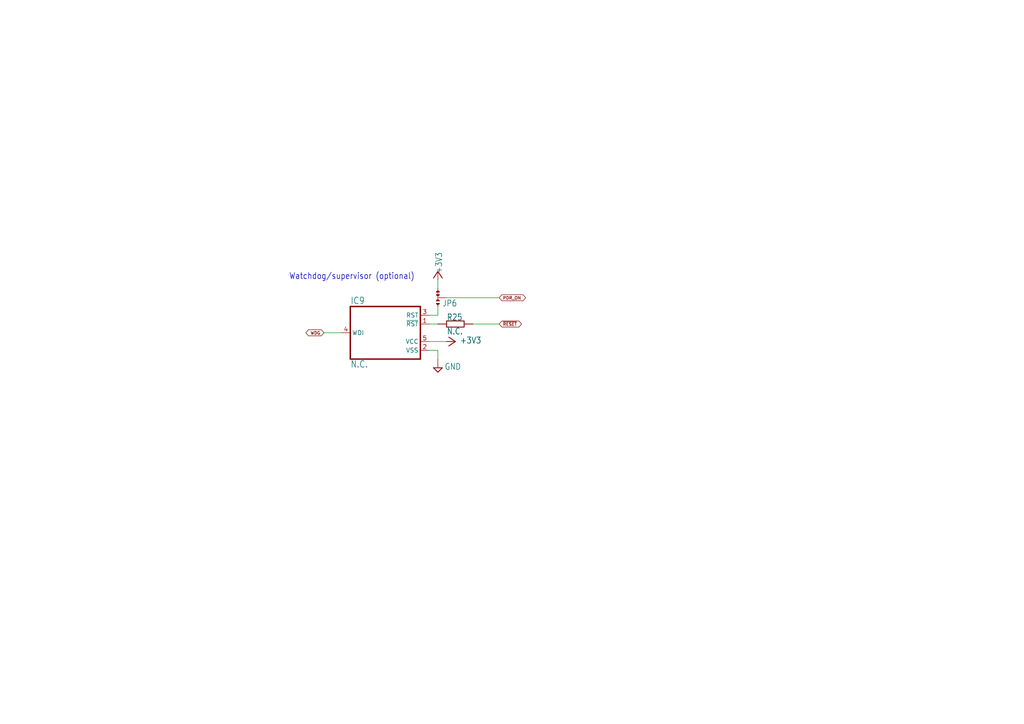
<source format=kicad_sch>
(kicad_sch (version 20230121) (generator eeschema)
  (paper "A4")
  (lib_symbols
    (symbol "EEZ_DIB_MCU_r3B4-eagle-import:+3V3" (power)
      (property "Value" "+3V3" (at -2.54 -5.08 90))
      (symbol "+3V3_1_0"
        (polyline (pts (xy 0 0) (xy -1.27 -1.905)) (stroke (width 0.254)))
        (polyline (pts (xy 1.27 -1.905) (xy 0 0)) (stroke (width 0.254)))
        (pin power_in line (at 0 -2.54 90) (length 2.54) (name "+3V3") (number "1"))
      )
    )
    (symbol "EEZ_DIB_MCU_r3B4-eagle-import:GND" (power)
      (property "Value" "GND" (at -1.905 -3.175 0))
      (symbol "GND_1_0"
        (polyline (pts (xy -1.27 0) (xy 1.27 0)) (stroke (width 0.254)))
        (polyline (pts (xy 0 -1.27) (xy -1.27 0)) (stroke (width 0.254)))
        (polyline (pts (xy 1.27 0) (xy 0 -1.27)) (stroke (width 0.254)))
        (pin power_in line (at 0 2.54 270) (length 2.54) (name "GND") (number "1"))
      )
    )
    (symbol "EEZ_DIB_MCU_r3B4-eagle-import:JP3-CUT-0805-ROTATED"
      (property "Reference" "JP" (at -3.81 3.175 0))
      (symbol "JP3-CUT-0805-ROTATED_1_0"
        (arc (start -0.508 -1.524) (mid -0.3592 -1.8832) (end 0 -2.032) (stroke (width 0.0001)) (fill (type outline)))
        (arc (start -0.508 1.016) (mid -0.3592 0.6568) (end 0 0.508) (stroke (width 0.0001)) (fill (type outline)))
        (arc (start 0 -2.032) (mid 0.3592 -1.8832) (end 0.508 -1.524) (stroke (width 0.0001)) (fill (type outline)))
        (polyline (pts (xy 0 -2.54) (xy 0 -1.778)) (stroke (width 0.1524)))
        (polyline (pts (xy 0 -1.778) (xy 0 0.762)) (stroke (width 0.1524)))
        (polyline (pts (xy 0 2.54) (xy 0 1.778)) (stroke (width 0.1524)))
        (arc (start 0 0.508) (mid 0.3592 0.6568) (end 0.508 1.016) (stroke (width 0.0001)) (fill (type outline)))
        (arc (start 0.508 -1.016) (mid 0 -0.5102) (end -0.508 -1.016) (stroke (width 0.0001)) (fill (type outline)))
        (arc (start 0.508 1.524) (mid 0 2.0298) (end -0.508 1.524) (stroke (width 0.0001)) (fill (type outline)))
        (pin passive line (at 2.54 0 180) (length 2.54) (name "COM") (number "COM"))
        (pin passive line (at 0 -2.54 180) (length 0) (name "NC") (number "NC"))
        (pin passive line (at 0 2.54 180) (length 0) (name "NO") (number "NO"))
      )
    )
    (symbol "EEZ_DIB_MCU_r3B4-eagle-import:R-EU_R0805"
      (property "Reference" "R" (at -3.81 1.4986 0))
      (property "Value" "R-EU_R0805" (at -3.81 -3.302 0))
      (symbol "R-EU_R0805_1_0"
        (polyline (pts (xy -2.54 -0.889) (xy -2.54 0.889)) (stroke (width 0.254)))
        (polyline (pts (xy -2.54 -0.889) (xy 2.54 -0.889)) (stroke (width 0.254)))
        (polyline (pts (xy 2.54 -0.889) (xy 2.54 0.889)) (stroke (width 0.254)))
        (polyline (pts (xy 2.54 0.889) (xy -2.54 0.889)) (stroke (width 0.254)))
        (pin passive line (at -5.08 0 0) (length 2.54) (name "1") (number "1"))
        (pin passive line (at 5.08 0 180) (length 2.54) (name "2") (number "2"))
      )
    )
    (symbol "EEZ_DIB_MCU_r3B4-eagle-import:STM6824"
      (property "Reference" "IC" (at -10.16 8.255 0))
      (property "Value" "STM6824" (at -10.16 -10.16 0))
      (symbol "STM6824_1_0"
        (polyline (pts (xy -10.16 -7.62) (xy 10.16 -7.62)) (stroke (width 0.4064)))
        (polyline (pts (xy -10.16 7.62) (xy -10.16 -7.62)) (stroke (width 0.4064)))
        (polyline (pts (xy 10.16 -7.62) (xy 10.16 7.62)) (stroke (width 0.4064)))
        (polyline (pts (xy 10.16 7.62) (xy -10.16 7.62)) (stroke (width 0.4064)))
        (pin output line (at 12.7 2.54 180) (length 2.54) (name "~{RST}") (number "1"))
        (pin power_in line (at 12.7 -5.08 180) (length 2.54) (name "VSS") (number "2"))
        (pin output line (at 12.7 5.08 180) (length 2.54) (name "RST") (number "3"))
        (pin input line (at -12.7 0 0) (length 2.54) (name "WDI") (number "4"))
        (pin power_in line (at 12.7 -2.54 180) (length 2.54) (name "VCC") (number "5"))
      )
    )
  )
  (wire (pts (xy 127 101.6) (xy 127 104.14)))
  (wire (pts (xy 124.46 101.6) (xy 127 101.6)))
  (wire (pts (xy 129.54 99.06) (xy 124.46 99.06)))
  (wire (pts (xy 129.54 86.36) (xy 144.78 86.36)))
  (wire (pts (xy 124.46 93.98) (xy 127 93.98)))
  (wire (pts (xy 93.98 96.52) (xy 99.06 96.52)))
  (wire (pts (xy 127 83.82) (xy 127 81.28)))
  (wire (pts (xy 127 91.44) (xy 124.46 91.44)))
  (wire (pts (xy 127 88.9) (xy 127 91.44)))
  (wire (pts (xy 137.16 93.98) (xy 144.78 93.98)))
  (text "Watchdog/supervisor (optional)" (at 83.82 81.28 0) (effects (font (size 1.778 1.5113)) (justify left bottom)))
  (global_label "~{RESET}" (shape bidirectional) (at 144.78 93.98 0) (effects (font (size 0.889 0.889))) (property "Intersheetrefs" "${INTERSHEET_REFS}" (effects hide)))
  (global_label "WDG" (shape bidirectional) (at 93.98 96.52 180) (effects (font (size 0.889 0.889))) (property "Intersheetrefs" "${INTERSHEET_REFS}" (effects hide)))
  (global_label "PDR_ON" (shape bidirectional) (at 144.78 86.36 0) (effects (font (size 0.889 0.889))) (property "Intersheetrefs" "${INTERSHEET_REFS}" (effects hide)))
  (symbol (lib_id "EEZ_DIB_MCU_r3B4-eagle-import:+3V3") (at 132.08 99.06 270) (unit 1)
    (property "Reference" "#+3V0322" (effects hide))
    (property "Value" "+3V3" (at 133.35 99.695 90) (effects (font (size 1.778 1.5113)) (justify left bottom)))
    (property "Footprint" "EEZ_DIB_MCU_r3B4:" (effects hide))
    (instances (project "EEZ_DIB_MCU_r3B4" (path "" (reference "#+3V06") (unit 1))))
  )
  (symbol (lib_id "EEZ_DIB_MCU_r3B4-eagle-import:+3V3") (at 127 78.74 0) (unit 1)
    (property "Reference" "#+3V0320" (effects hide))
    (property "Value" "+3V3" (at 128.27 79.375 90) (effects (font (size 1.778 1.5113)) (justify left bottom)))
    (property "Footprint" "EEZ_DIB_MCU_r3B4:" (effects hide))
    (instances (project "EEZ_DIB_MCU_r3B4" (path "" (reference "#+3V05") (unit 1))))
  )
  (symbol (lib_id "EEZ_DIB_MCU_r3B4-eagle-import:R-EU_R0805") (at 132.08 93.98 0) (mirror x) (unit 1)
    (property "Reference" "R25" (at 129.54 91.0336 0) (effects (font (size 1.778 1.5113)) (justify left bottom)))
    (property "Value" "N.C." (at 129.54 95.123 0) (effects (font (size 1.778 1.5113)) (justify left bottom)))
    (property "Footprint" "EEZ_DIB_MCU_r3B4:R0805" (effects hide))
  )
  (symbol (lib_id "EEZ_DIB_MCU_r3B4-eagle-import:GND") (at 127 106.68 0) (mirror y) (unit 1)
    (property "Reference" "#SUPPLY044" (effects hide))
    (property "Value" "GND" (at 128.905 107.315 0) (effects (font (size 1.778 1.5113)) (justify right bottom)))
    (property "Footprint" "EEZ_DIB_MCU_r3B4:" (effects hide))
  )
  (symbol (lib_id "EEZ_DIB_MCU_r3B4-eagle-import:STM6824") (at 111.76 96.52 0) (unit 1)
    (property "Reference" "IC9" (at 101.6 88.265 0) (effects (font (size 1.9304 1.6408)) (justify left bottom)))
    (property "Value" "N.C." (at 101.6 106.68 0) (effects (font (size 1.9304 1.6408)) (justify left bottom)))
    (property "Footprint" "EEZ_DIB_MCU_r3B4:SOT23-5L_STM" (effects hide))
  )
  (symbol (lib_id "EEZ_DIB_MCU_r3B4-eagle-import:JP3-CUT-0805-ROTATED") (at 127 86.36 0) (mirror x) (unit 1)
    (property "Reference" "JP6" (at 128.27 86.995 0) (effects (font (size 1.778 1.5113)) (justify left bottom)))
    (property "Value" "JP3-CUT-0805-ROTATED" (effects hide))
    (property "Footprint" "EEZ_DIB_MCU_r3B4:JP3-0805-CUT2" (effects hide))
  )
)
</source>
